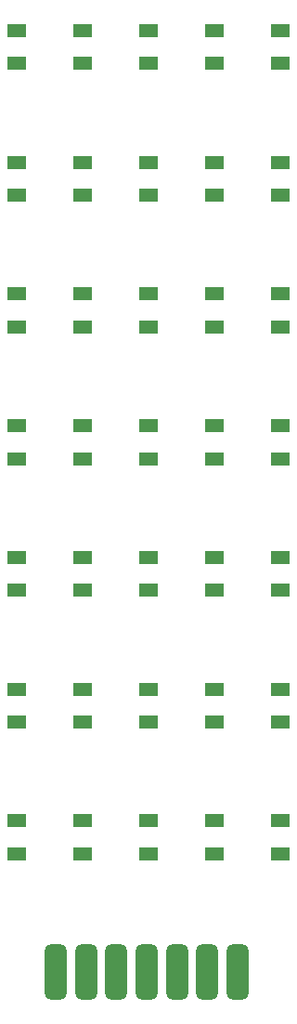
<source format=gbp>
G04*
G04 #@! TF.GenerationSoftware,Altium Limited,Altium Designer,24.1.2 (44)*
G04*
G04 Layer_Color=128*
%FSLAX44Y44*%
%MOMM*%
G71*
G04*
G04 #@! TF.SameCoordinates,19925CEE-E599-4C59-BD36-36AD13F6144B*
G04*
G04*
G04 #@! TF.FilePolarity,Positive*
G04*
G01*
G75*
G04:AMPARAMS|DCode=10|XSize=2mm|YSize=5mm|CornerRadius=0.5mm|HoleSize=0mm|Usage=FLASHONLY|Rotation=0.000|XOffset=0mm|YOffset=0mm|HoleType=Round|Shape=RoundedRectangle|*
%AMROUNDEDRECTD10*
21,1,2.0000,4.0000,0,0,0.0*
21,1,1.0000,5.0000,0,0,0.0*
1,1,1.0000,0.5000,-2.0000*
1,1,1.0000,-0.5000,-2.0000*
1,1,1.0000,-0.5000,2.0000*
1,1,1.0000,0.5000,2.0000*
%
%ADD10ROUNDEDRECTD10*%
%ADD16R,1.8000X1.1500*%
D10*
X115700Y232000D02*
D03*
X143400D02*
D03*
X171100D02*
D03*
X198800D02*
D03*
X226500D02*
D03*
X254000D02*
D03*
X281750D02*
D03*
D16*
X80356Y489387D02*
D03*
Y459387D02*
D03*
X140356Y489387D02*
D03*
Y459387D02*
D03*
Y369387D02*
D03*
Y339387D02*
D03*
X200355Y489387D02*
D03*
Y459387D02*
D03*
Y369387D02*
D03*
Y339387D02*
D03*
X260355Y489387D02*
D03*
Y459387D02*
D03*
Y369387D02*
D03*
Y339387D02*
D03*
X320355Y369387D02*
D03*
Y339387D02*
D03*
Y489387D02*
D03*
Y459387D02*
D03*
X80356Y729387D02*
D03*
Y699387D02*
D03*
X140356Y729387D02*
D03*
Y699387D02*
D03*
Y609387D02*
D03*
Y579387D02*
D03*
X200355Y729387D02*
D03*
Y699387D02*
D03*
Y609387D02*
D03*
Y579387D02*
D03*
X260355Y609387D02*
D03*
Y579387D02*
D03*
Y729387D02*
D03*
Y699387D02*
D03*
X320355Y729387D02*
D03*
Y699387D02*
D03*
Y609387D02*
D03*
Y579387D02*
D03*
X80356Y369387D02*
D03*
Y339387D02*
D03*
X140356Y969387D02*
D03*
Y939387D02*
D03*
X200355Y969387D02*
D03*
Y939387D02*
D03*
X260355Y969387D02*
D03*
Y939387D02*
D03*
X320355Y969387D02*
D03*
Y939387D02*
D03*
X80356Y609387D02*
D03*
Y579387D02*
D03*
Y849387D02*
D03*
Y819387D02*
D03*
Y1089387D02*
D03*
Y1059387D02*
D03*
X320355Y1089387D02*
D03*
Y1059387D02*
D03*
X260355Y1089387D02*
D03*
Y1059387D02*
D03*
X80356Y969387D02*
D03*
Y939387D02*
D03*
X140356Y1089387D02*
D03*
Y1059387D02*
D03*
Y849387D02*
D03*
Y819387D02*
D03*
X200355Y1089387D02*
D03*
Y1059387D02*
D03*
Y849387D02*
D03*
Y819387D02*
D03*
X260355Y849387D02*
D03*
Y819387D02*
D03*
X320355Y849387D02*
D03*
Y819387D02*
D03*
M02*

</source>
